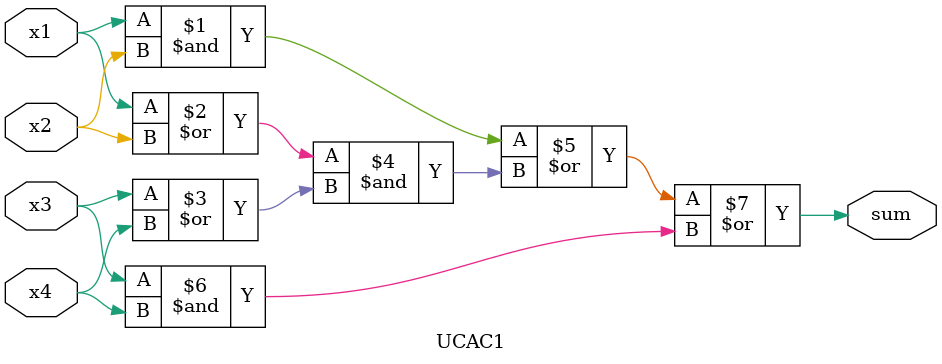
<source format=v>
module UCAC1(
    input x1,
    input x2,
    input x3,
    input x4,
    output sum
);

    assign sum = (x1&x2) | ((x1|x2) & (x3|x4)) | (x3&x4);

endmodule

</source>
